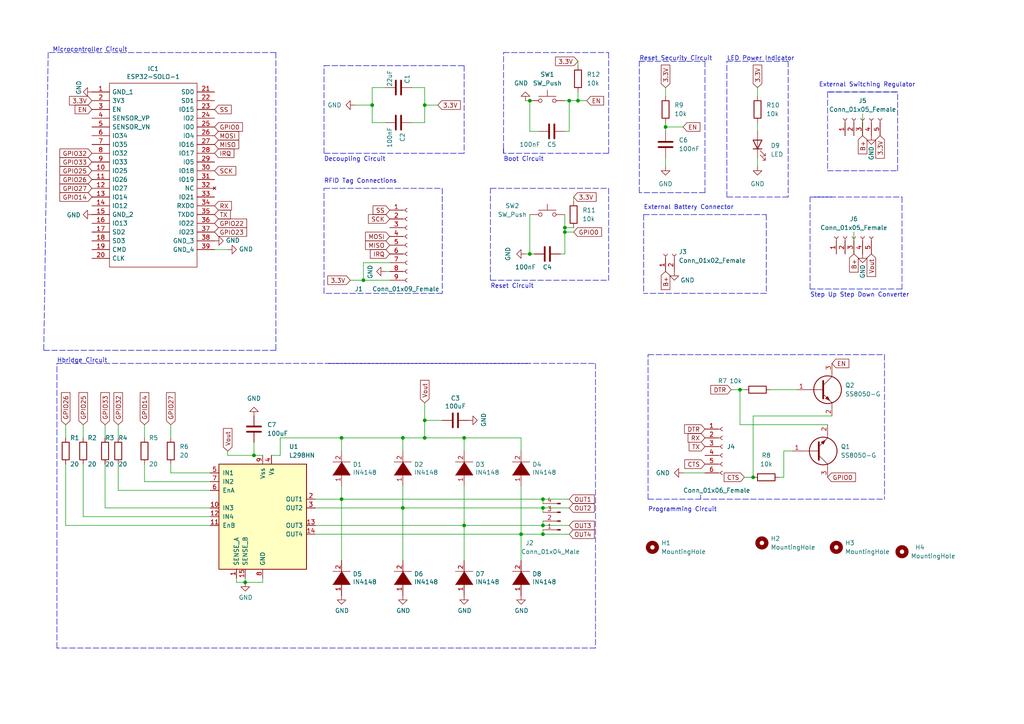
<source format=kicad_sch>
(kicad_sch (version 20211123) (generator eeschema)
  (paper "A4")
  (lib_symbols
    (symbol "Connector:Conn_01x02_Female" (pin_names (offset 1.016) hide)
      (property "Reference" "J" (at 0 2.54 0))
      (property "Value" "Conn_01x02_Female" (at 0 -5.08 0))
      (symbol "Conn_01x02_Female_1_1"
        (arc (start 0 -2.032) (mid -0.508 -2.54) (end 0 -3.048) (stroke (width 0.1524)))
        (polyline (pts (xy -1.27 -2.54) (xy -0.508 -2.54)) (stroke (width 0.1524)))
        (polyline (pts (xy -1.27 0) (xy -0.508 0)) (stroke (width 0.1524)))
        (arc (start 0 0.508) (mid -0.508 0) (end 0 -0.508) (stroke (width 0.1524)))
        (pin passive line (at -5.08 0 0) (length 3.81) (name "Pin_1") (number "1"))
        (pin passive line (at -5.08 -2.54 0) (length 3.81) (name "Pin_2") (number "2"))
      )
    )
    (symbol "Connector:Conn_01x04_Male" (pin_names (offset 1.016) hide)
      (property "Reference" "J" (at 0 5.08 0))
      (property "Value" "Conn_01x04_Male" (at 0 -7.62 0))
      (symbol "Conn_01x04_Male_1_1"
        (polyline (pts (xy 1.27 -5.08) (xy 0.8636 -5.08)) (stroke (width 0.1524)))
        (polyline (pts (xy 1.27 -2.54) (xy 0.8636 -2.54)) (stroke (width 0.1524)))
        (polyline (pts (xy 1.27 0) (xy 0.8636 0)) (stroke (width 0.1524)))
        (polyline (pts (xy 1.27 2.54) (xy 0.8636 2.54)) (stroke (width 0.1524)))
        (rectangle (start 0.8636 -4.953) (end 0 -5.207) (stroke (width 0.1524)) (fill (type outline)))
        (rectangle (start 0.8636 -2.413) (end 0 -2.667) (stroke (width 0.1524)) (fill (type outline)))
        (rectangle (start 0.8636 0.127) (end 0 -0.127) (stroke (width 0.1524)) (fill (type outline)))
        (rectangle (start 0.8636 2.667) (end 0 2.413) (stroke (width 0.1524)) (fill (type outline)))
        (pin passive line (at 5.08 2.54 180) (length 3.81) (name "Pin_1") (number "1"))
        (pin passive line (at 5.08 0 180) (length 3.81) (name "Pin_2") (number "2"))
        (pin passive line (at 5.08 -2.54 180) (length 3.81) (name "Pin_3") (number "3"))
        (pin passive line (at 5.08 -5.08 180) (length 3.81) (name "Pin_4") (number "4"))
      )
    )
    (symbol "Connector:Conn_01x05_Female" (pin_names (offset 1.016) hide)
      (property "Reference" "J" (at 0 7.62 0))
      (property "Value" "Conn_01x05_Female" (at 0 -7.62 0))
      (symbol "Conn_01x05_Female_1_1"
        (arc (start 0 -4.572) (mid -0.508 -5.08) (end 0 -5.588) (stroke (width 0.1524)))
        (arc (start 0 -2.032) (mid -0.508 -2.54) (end 0 -3.048) (stroke (width 0.1524)))
        (polyline (pts (xy -1.27 -5.08) (xy -0.508 -5.08)) (stroke (width 0.1524)))
        (polyline (pts (xy -1.27 -2.54) (xy -0.508 -2.54)) (stroke (width 0.1524)))
        (polyline (pts (xy -1.27 0) (xy -0.508 0)) (stroke (width 0.1524)))
        (polyline (pts (xy -1.27 2.54) (xy -0.508 2.54)) (stroke (width 0.1524)))
        (polyline (pts (xy -1.27 5.08) (xy -0.508 5.08)) (stroke (width 0.1524)))
        (arc (start 0 0.508) (mid -0.508 0) (end 0 -0.508) (stroke (width 0.1524)))
        (arc (start 0 3.048) (mid -0.508 2.54) (end 0 2.032) (stroke (width 0.1524)))
        (arc (start 0 5.588) (mid -0.508 5.08) (end 0 4.572) (stroke (width 0.1524)))
        (pin passive line (at -5.08 5.08 0) (length 3.81) (name "Pin_1") (number "1"))
        (pin passive line (at -5.08 2.54 0) (length 3.81) (name "Pin_2") (number "2"))
        (pin passive line (at -5.08 0 0) (length 3.81) (name "Pin_3") (number "3"))
        (pin passive line (at -5.08 -2.54 0) (length 3.81) (name "Pin_4") (number "4"))
        (pin passive line (at -5.08 -5.08 0) (length 3.81) (name "Pin_5") (number "5"))
      )
    )
    (symbol "Connector:Conn_01x06_Female" (pin_names (offset 1.016) hide)
      (property "Reference" "J" (at 0 7.62 0))
      (property "Value" "Conn_01x06_Female" (at 0 -10.16 0))
      (symbol "Conn_01x06_Female_1_1"
        (arc (start 0 -7.112) (mid -0.508 -7.62) (end 0 -8.128) (stroke (width 0.1524)))
        (arc (start 0 -4.572) (mid -0.508 -5.08) (end 0 -5.588) (stroke (width 0.1524)))
        (arc (start 0 -2.032) (mid -0.508 -2.54) (end 0 -3.048) (stroke (width 0.1524)))
        (polyline (pts (xy -1.27 -7.62) (xy -0.508 -7.62)) (stroke (width 0.1524)))
        (polyline (pts (xy -1.27 -5.08) (xy -0.508 -5.08)) (stroke (width 0.1524)))
        (polyline (pts (xy -1.27 -2.54) (xy -0.508 -2.54)) (stroke (width 0.1524)))
        (polyline (pts (xy -1.27 0) (xy -0.508 0)) (stroke (width 0.1524)))
        (polyline (pts (xy -1.27 2.54) (xy -0.508 2.54)) (stroke (width 0.1524)))
        (polyline (pts (xy -1.27 5.08) (xy -0.508 5.08)) (stroke (width 0.1524)))
        (arc (start 0 0.508) (mid -0.508 0) (end 0 -0.508) (stroke (width 0.1524)))
        (arc (start 0 3.048) (mid -0.508 2.54) (end 0 2.032) (stroke (width 0.1524)))
        (arc (start 0 5.588) (mid -0.508 5.08) (end 0 4.572) (stroke (width 0.1524)))
        (pin passive line (at -5.08 5.08 0) (length 3.81) (name "Pin_1") (number "1"))
        (pin passive line (at -5.08 2.54 0) (length 3.81) (name "Pin_2") (number "2"))
        (pin passive line (at -5.08 0 0) (length 3.81) (name "Pin_3") (number "3"))
        (pin passive line (at -5.08 -2.54 0) (length 3.81) (name "Pin_4") (number "4"))
        (pin passive line (at -5.08 -5.08 0) (length 3.81) (name "Pin_5") (number "5"))
        (pin passive line (at -5.08 -7.62 0) (length 3.81) (name "Pin_6") (number "6"))
      )
    )
    (symbol "Connector:Conn_01x09_Female" (pin_names (offset 1.016) hide)
      (property "Reference" "J" (at 0 12.7 0))
      (property "Value" "Conn_01x09_Female" (at 0 -12.7 0))
      (symbol "Conn_01x09_Female_1_1"
        (arc (start 0 -9.652) (mid -0.508 -10.16) (end 0 -10.668) (stroke (width 0.1524)))
        (arc (start 0 -7.112) (mid -0.508 -7.62) (end 0 -8.128) (stroke (width 0.1524)))
        (arc (start 0 -4.572) (mid -0.508 -5.08) (end 0 -5.588) (stroke (width 0.1524)))
        (arc (start 0 -2.032) (mid -0.508 -2.54) (end 0 -3.048) (stroke (width 0.1524)))
        (polyline (pts (xy -1.27 -10.16) (xy -0.508 -10.16)) (stroke (width 0.1524)))
        (polyline (pts (xy -1.27 -7.62) (xy -0.508 -7.62)) (stroke (width 0.1524)))
        (polyline (pts (xy -1.27 -5.08) (xy -0.508 -5.08)) (stroke (width 0.1524)))
        (polyline (pts (xy -1.27 -2.54) (xy -0.508 -2.54)) (stroke (width 0.1524)))
        (polyline (pts (xy -1.27 0) (xy -0.508 0)) (stroke (width 0.1524)))
        (polyline (pts (xy -1.27 2.54) (xy -0.508 2.54)) (stroke (width 0.1524)))
        (polyline (pts (xy -1.27 5.08) (xy -0.508 5.08)) (stroke (width 0.1524)))
        (polyline (pts (xy -1.27 7.62) (xy -0.508 7.62)) (stroke (width 0.1524)))
        (polyline (pts (xy -1.27 10.16) (xy -0.508 10.16)) (stroke (width 0.1524)))
        (arc (start 0 0.508) (mid -0.508 0) (end 0 -0.508) (stroke (width 0.1524)))
        (arc (start 0 3.048) (mid -0.508 2.54) (end 0 2.032) (stroke (width 0.1524)))
        (arc (start 0 5.588) (mid -0.508 5.08) (end 0 4.572) (stroke (width 0.1524)))
        (arc (start 0 8.128) (mid -0.508 7.62) (end 0 7.112) (stroke (width 0.1524)))
        (arc (start 0 10.668) (mid -0.508 10.16) (end 0 9.652) (stroke (width 0.1524)))
        (pin passive line (at -5.08 10.16 0) (length 3.81) (name "Pin_1") (number "1"))
        (pin passive line (at -5.08 7.62 0) (length 3.81) (name "Pin_2") (number "2"))
        (pin passive line (at -5.08 5.08 0) (length 3.81) (name "Pin_3") (number "3"))
        (pin passive line (at -5.08 2.54 0) (length 3.81) (name "Pin_4") (number "4"))
        (pin passive line (at -5.08 0 0) (length 3.81) (name "Pin_5") (number "5"))
        (pin passive line (at -5.08 -2.54 0) (length 3.81) (name "Pin_6") (number "6"))
        (pin passive line (at -5.08 -5.08 0) (length 3.81) (name "Pin_7") (number "7"))
        (pin passive line (at -5.08 -7.62 0) (length 3.81) (name "Pin_8") (number "8"))
        (pin passive line (at -5.08 -10.16 0) (length 3.81) (name "Pin_9") (number "9"))
      )
    )
    (symbol "Device:C" (pin_numbers hide) (pin_names (offset 0.254))
      (property "Reference" "C" (at 0.635 2.54 0))
      (property "Value" "C" (at 0.635 -2.54 0))
      (symbol "C_0_1"
        (polyline (pts (xy -2.032 -0.762) (xy 2.032 -0.762)) (stroke (width 0.508)))
        (polyline (pts (xy -2.032 0.762) (xy 2.032 0.762)) (stroke (width 0.508)))
      )
      (symbol "C_1_1"
        (pin passive line (at 0 3.81 270) (length 2.794) (name "~") (number "1"))
        (pin passive line (at 0 -3.81 90) (length 2.794) (name "~") (number "2"))
      )
    )
    (symbol "Device:LED" (pin_numbers hide) (pin_names (offset 1.016) hide)
      (property "Reference" "D" (at 0 2.54 0))
      (property "Value" "LED" (at 0 -2.54 0))
      (symbol "LED_0_1"
        (polyline (pts (xy -1.27 -1.27) (xy -1.27 1.27)) (stroke (width 0.254)))
        (polyline (pts (xy -1.27 0) (xy 1.27 0)))
        (polyline (pts (xy 1.27 -1.27) (xy 1.27 1.27) (xy -1.27 0) (xy 1.27 -1.27)) (stroke (width 0.254)))
        (polyline (pts (xy -3.048 -0.762) (xy -4.572 -2.286) (xy -3.81 -2.286) (xy -4.572 -2.286) (xy -4.572 -1.524)))
        (polyline (pts (xy -1.778 -0.762) (xy -3.302 -2.286) (xy -2.54 -2.286) (xy -3.302 -2.286) (xy -3.302 -1.524)))
      )
      (symbol "LED_1_1"
        (pin passive line (at -3.81 0 0) (length 2.54) (name "K") (number "1"))
        (pin passive line (at 3.81 0 180) (length 2.54) (name "A") (number "2"))
      )
    )
    (symbol "Device:R" (pin_numbers hide) (pin_names (offset 0))
      (property "Reference" "R" (at 2.032 0 90))
      (property "Value" "R" (at 0 0 90))
      (symbol "R_0_1"
        (rectangle (start -1.016 -2.54) (end 1.016 2.54) (stroke (width 0.254)))
      )
      (symbol "R_1_1"
        (pin passive line (at 0 3.81 270) (length 1.27) (name "~") (number "1"))
        (pin passive line (at 0 -3.81 90) (length 1.27) (name "~") (number "2"))
      )
    )
    (symbol "Driver_Motor:L298HN" (pin_names (offset 1.016))
      (property "Reference" "U" (at -10.16 16.51 0))
      (property "Value" "L298HN" (at 12.7 16.51 0))
      (symbol "L298HN_0_1"
        (rectangle (start -12.7 15.24) (end 12.7 -15.24) (stroke (width 0.254)) (fill (type background)))
      )
      (symbol "L298HN_1_1"
        (pin power_in line (at -7.62 -17.78 90) (length 2.54) (name "SENSE_A") (number "1"))
        (pin input line (at -15.24 2.54 0) (length 2.54) (name "IN3") (number "10"))
        (pin input line (at -15.24 -2.54 0) (length 2.54) (name "EnB") (number "11"))
        (pin input line (at -15.24 0 0) (length 2.54) (name "IN4") (number "12"))
        (pin output line (at 15.24 -2.54 180) (length 2.54) (name "OUT3") (number "13"))
        (pin output line (at 15.24 -5.08 180) (length 2.54) (name "OUT4") (number "14"))
        (pin power_in line (at -5.08 -17.78 90) (length 2.54) (name "SENSE_B") (number "15"))
        (pin output line (at 15.24 5.08 180) (length 2.54) (name "OUT1") (number "2"))
        (pin output line (at 15.24 2.54 180) (length 2.54) (name "OUT2") (number "3"))
        (pin power_in line (at 2.54 17.78 270) (length 2.54) (name "Vs") (number "4"))
        (pin input line (at -15.24 12.7 0) (length 2.54) (name "IN1") (number "5"))
        (pin input line (at -15.24 7.62 0) (length 2.54) (name "EnA") (number "6"))
        (pin input line (at -15.24 10.16 0) (length 2.54) (name "IN2") (number "7"))
        (pin power_in line (at 0 -17.78 90) (length 2.54) (name "GND") (number "8"))
        (pin power_in line (at 0 17.78 270) (length 2.54) (name "Vss") (number "9"))
      )
    )
    (symbol "Mechanical:MountingHole" (pin_names (offset 1.016))
      (property "Reference" "H" (at 0 5.08 0))
      (property "Value" "MountingHole" (at 0 3.175 0))
      (symbol "MountingHole_0_1"
        (circle (center 0 0) (radius 1.27) (stroke (width 1.27)))
      )
    )
    (symbol "SamacSys_Parts:ESP32-SOLO-1" (pin_names (offset 0.762))
      (property "Reference" "IC" (at 31.75 7.62 0))
      (property "Value" "SamacSys_Parts_ESP32-SOLO-1" (at 31.75 5.08 0))
      (symbol "ESP32-SOLO-1_0_0"
        (pin passive line (at 0 0 0) (length 5.08) (name "GND_1") (number "1"))
        (pin passive line (at 0 -22.86 0) (length 5.08) (name "IO25") (number "10"))
        (pin passive line (at 0 -25.4 0) (length 5.08) (name "IO26") (number "11"))
        (pin passive line (at 0 -27.94 0) (length 5.08) (name "IO27") (number "12"))
        (pin passive line (at 0 -30.48 0) (length 5.08) (name "IO14") (number "13"))
        (pin passive line (at 0 -33.02 0) (length 5.08) (name "IO12") (number "14"))
        (pin passive line (at 0 -35.56 0) (length 5.08) (name "GND_2") (number "15"))
        (pin passive line (at 0 -38.1 0) (length 5.08) (name "IO13") (number "16"))
        (pin passive line (at 0 -40.64 0) (length 5.08) (name "SD2") (number "17"))
        (pin passive line (at 0 -43.18 0) (length 5.08) (name "SD3") (number "18"))
        (pin passive line (at 0 -45.72 0) (length 5.08) (name "CMD") (number "19"))
        (pin passive line (at 0 -2.54 0) (length 5.08) (name "3V3") (number "2"))
        (pin passive line (at 0 -48.26 0) (length 5.08) (name "CLK") (number "20"))
        (pin passive line (at 35.56 0 180) (length 5.08) (name "SD0") (number "21"))
        (pin passive line (at 35.56 -2.54 180) (length 5.08) (name "SD1") (number "22"))
        (pin passive line (at 35.56 -5.08 180) (length 5.08) (name "IO15") (number "23"))
        (pin passive line (at 35.56 -7.62 180) (length 5.08) (name "IO2") (number "24"))
        (pin passive line (at 35.56 -10.16 180) (length 5.08) (name "IO0") (number "25"))
        (pin passive line (at 35.56 -12.7 180) (length 5.08) (name "IO4") (number "26"))
        (pin passive line (at 35.56 -15.24 180) (length 5.08) (name "IO16") (number "27"))
        (pin passive line (at 35.56 -17.78 180) (length 5.08) (name "IO17") (number "28"))
        (pin passive line (at 35.56 -20.32 180) (length 5.08) (name "IO5") (number "29"))
        (pin passive line (at 0 -5.08 0) (length 5.08) (name "EN") (number "3"))
        (pin passive line (at 35.56 -22.86 180) (length 5.08) (name "IO18") (number "30"))
        (pin passive line (at 35.56 -25.4 180) (length 5.08) (name "IO19") (number "31"))
        (pin no_connect line (at 35.56 -27.94 180) (length 5.08) (name "NC") (number "32"))
        (pin passive line (at 35.56 -30.48 180) (length 5.08) (name "IO21") (number "33"))
        (pin passive line (at 35.56 -33.02 180) (length 5.08) (name "RXD0") (number "34"))
        (pin passive line (at 35.56 -35.56 180) (length 5.08) (name "TXD0") (number "35"))
        (pin passive line (at 35.56 -38.1 180) (length 5.08) (name "IO22") (number "36"))
        (pin passive line (at 35.56 -40.64 180) (length 5.08) (name "IO23") (number "37"))
        (pin passive line (at 35.56 -43.18 180) (length 5.08) (name "GND_3") (number "38"))
        (pin passive line (at 35.56 -45.72 180) (length 5.08) (name "GND_4") (number "39"))
        (pin passive line (at 0 -7.62 0) (length 5.08) (name "SENSOR_VP") (number "4"))
        (pin passive line (at 0 -10.16 0) (length 5.08) (name "SENSOR_VN") (number "5"))
        (pin passive line (at 0 -12.7 0) (length 5.08) (name "IO34") (number "6"))
        (pin passive line (at 0 -15.24 0) (length 5.08) (name "IO35") (number "7"))
        (pin passive line (at 0 -17.78 0) (length 5.08) (name "IO32") (number "8"))
        (pin passive line (at 0 -20.32 0) (length 5.08) (name "IO33") (number "9"))
      )
      (symbol "ESP32-SOLO-1_0_1"
        (polyline (pts (xy 5.08 2.54) (xy 30.48 2.54) (xy 30.48 -50.8) (xy 5.08 -50.8) (xy 5.08 2.54)) (stroke (width 0.1524)))
      )
    )
    (symbol "SamacSys_Parts:SS8050-G" (pin_names (offset 0.762))
      (property "Reference" "Q" (at 13.97 1.27 0))
      (property "Value" "SS8050-G" (at 13.97 -1.27 0))
      (symbol "SS8050-G_0_0"
        (pin passive line (at 0 0 0) (length 2.54) (name "~") (number "1"))
        (pin passive line (at 10.16 -7.62 90) (length 2.54) (name "~") (number "2"))
        (pin passive line (at 10.16 7.62 270) (length 2.54) (name "~") (number "3"))
      )
      (symbol "SS8050-G_0_1"
        (polyline (pts (xy 2.54 0) (xy 7.62 0)) (stroke (width 0.1524)))
        (polyline (pts (xy 7.62 -1.27) (xy 10.16 -3.81)) (stroke (width 0.1524)))
        (polyline (pts (xy 7.62 1.27) (xy 10.16 3.81)) (stroke (width 0.1524)))
        (polyline (pts (xy 7.62 2.54) (xy 7.62 -2.54)) (stroke (width 0.508)))
        (polyline (pts (xy 10.16 -3.81) (xy 10.16 -5.08)) (stroke (width 0.1524)))
        (polyline (pts (xy 10.16 3.81) (xy 10.16 5.08)) (stroke (width 0.1524)))
        (polyline (pts (xy 8.382 -2.54) (xy 8.89 -2.032) (xy 9.398 -3.048) (xy 8.382 -2.54)) (stroke (width 0.254)) (fill (type outline)))
        (circle (center 8.89 0) (radius 4.0132) (stroke (width 0.254)))
      )
    )
    (symbol "Switch:SW_Push" (pin_numbers hide) (pin_names (offset 1.016) hide)
      (property "Reference" "SW" (at 1.27 2.54 0))
      (property "Value" "SW_Push" (at 0 -1.524 0))
      (symbol "SW_Push_0_1"
        (circle (center -2.032 0) (radius 0.508))
        (polyline (pts (xy 0 1.27) (xy 0 3.048)))
        (polyline (pts (xy 2.54 1.27) (xy -2.54 1.27)))
        (circle (center 2.032 0) (radius 0.508))
        (pin passive line (at -5.08 0 0) (length 2.54) (name "1") (number "1"))
        (pin passive line (at 5.08 0 180) (length 2.54) (name "2") (number "2"))
      )
    )
    (symbol "power:GND" (power) (pin_names (offset 0))
      (property "Value" "GND" (at 0 -3.81 0))
      (symbol "GND_0_1"
        (polyline (pts (xy 0 0) (xy 0 -1.27) (xy 1.27 -1.27) (xy 0 -2.54) (xy -1.27 -1.27) (xy 0 -1.27)))
      )
      (symbol "GND_1_1"
        (pin power_in line (at 0 0 270) (length 0) hide (name "GND") (number "1"))
      )
    )
    (symbol "pspice:DIODE" (pin_names (offset 1.016) hide)
      (property "Reference" "D" (at 0 3.81 0))
      (property "Value" "DIODE" (at 0 -4.445 0))
      (symbol "DIODE_0_1"
        (polyline (pts (xy 1.905 2.54) (xy 1.905 -2.54)))
        (polyline (pts (xy -1.905 2.54) (xy -1.905 -2.54) (xy 1.905 0)) (fill (type outline)))
      )
      (symbol "DIODE_1_1"
        (pin input line (at -5.08 0 0) (length 3.81) (name "K") (number "1"))
        (pin input line (at 5.08 0 180) (length 3.81) (name "A") (number "2"))
      )
    )
  )
  (junction (at 153.67 29.21))
  (junction (at 116.84 147.32))
  (junction (at 134.62 127))
  (junction (at 214.63 113.03))
  (junction (at 157.48 154.94))
  (junction (at 153.67 73.66))
  (junction (at 107.95 30.48))
  (junction (at 157.48 152.4))
  (junction (at 157.48 147.32))
  (junction (at 99.06 127))
  (junction (at 151.13 154.94))
  (junction (at 218.44 138.43))
  (junction (at 163.83 66.04))
  (junction (at 123.19 121.92))
  (junction (at 123.19 30.48))
  (junction (at 105.41 81.28))
  (junction (at 167.64 29.21))
  (junction (at 99.06 144.78))
  (junction (at 157.48 144.78))
  (junction (at 165.1 29.21))
  (junction (at 73.66 132.08))
  (junction (at 123.19 127))
  (junction (at 134.62 152.4))
  (junction (at 71.12 168.91))
  (junction (at 193.04 36.83))
  (junction (at 163.83 67.31))
  (junction (at 116.84 127))
  (polyline (pts (xy 187.96 144.78) (xy 256.54 144.78)))
  (wire (pts (xy 41.91 139.7) (xy 60.96 139.7)))
  (wire (pts (xy 119.38 35.56) (xy 123.19 35.56)))
  (polyline (pts (xy 13.97 15.24) (xy 12.7 101.6)))
  (wire (pts (xy 123.19 30.48) (xy 127 30.48)))
  (wire (pts (xy 24.13 134.62) (xy 24.13 149.86)))
  (wire (pts (xy 91.44 154.94) (xy 151.13 154.94)))
  (polyline (pts (xy 261.62 83.82) (xy 234.95 83.82)))
  (polyline (pts (xy 186.69 62.23) (xy 186.69 85.09)))
  (wire (pts (xy 134.62 140.97) (xy 134.62 152.4)))
  (wire (pts (xy 30.48 147.32) (xy 60.96 147.32)))
  (polyline (pts (xy 260.35 26.67) (xy 240.03 26.67)))
  (wire (pts (xy 68.58 167.64) (xy 68.58 168.91)))
  (polyline (pts (xy 203.2 144.78) (xy 203.2 143.51)))
  (polyline (pts (xy 93.98 19.05) (xy 134.62 19.05)))
  (wire (pts (xy 153.67 73.66) (xy 152.4 73.66)))
  (polyline (pts (xy 128.27 85.09) (xy 93.98 85.09)))
  (wire (pts (xy 73.66 128.27) (xy 73.66 132.08)))
  (polyline (pts (xy 134.62 19.05) (xy 134.62 44.45)))
  (wire (pts (xy 107.95 35.56) (xy 111.76 35.56)))
  (polyline (pts (xy 204.47 55.88) (xy 185.42 55.88)))
  (polyline (pts (xy 236.22 57.15) (xy 261.62 57.15)))
  (polyline (pts (xy 260.35 49.53) (xy 260.35 26.67)))
  (wire (pts (xy 99.06 130.81) (xy 99.06 127)))
  (wire (pts (xy 163.83 66.04) (xy 163.83 67.31)))
  (wire (pts (xy 34.29 142.24) (xy 60.96 142.24)))
  (wire (pts (xy 19.05 134.62) (xy 19.05 152.4)))
  (wire (pts (xy 30.48 134.62) (xy 30.48 147.32)))
  (polyline (pts (xy 261.62 57.15) (xy 261.62 83.82)))
  (polyline (pts (xy 95.25 105.41) (xy 172.72 105.41)))
  (polyline (pts (xy 176.53 15.24) (xy 176.53 44.45)))
  (wire (pts (xy 19.05 123.19) (xy 19.05 127)))
  (wire (pts (xy 157.48 144.78) (xy 157.48 146.05)))
  (wire (pts (xy 107.95 25.4) (xy 111.76 25.4)))
  (wire (pts (xy 163.83 67.31) (xy 166.37 67.31)))
  (polyline (pts (xy 185.42 17.78) (xy 204.47 17.78)))
  (wire (pts (xy 81.28 127) (xy 81.28 132.08)))
  (wire (pts (xy 157.48 147.32) (xy 157.48 148.59)))
  (wire (pts (xy 167.64 29.21) (xy 170.18 29.21)))
  (wire (pts (xy 153.67 62.23) (xy 153.67 73.66)))
  (wire (pts (xy 24.13 149.86) (xy 60.96 149.86)))
  (wire (pts (xy 123.19 25.4) (xy 123.19 30.48)))
  (polyline (pts (xy 142.24 81.28) (xy 142.24 54.61)))
  (wire (pts (xy 91.44 144.78) (xy 99.06 144.78)))
  (wire (pts (xy 116.84 147.32) (xy 157.48 147.32)))
  (wire (pts (xy 218.44 120.65) (xy 218.44 138.43)))
  (wire (pts (xy 71.12 168.91) (xy 71.12 167.64)))
  (wire (pts (xy 166.37 57.15) (xy 166.37 58.42)))
  (polyline (pts (xy 128.27 54.61) (xy 128.27 85.09)))
  (wire (pts (xy 111.76 78.74) (xy 113.03 78.74)))
  (wire (pts (xy 214.63 113.03) (xy 214.63 123.19)))
  (polyline (pts (xy 93.98 85.09) (xy 93.98 54.61)))
  (polyline (pts (xy 16.51 187.96) (xy 16.51 105.41)))
  (wire (pts (xy 76.2 168.91) (xy 76.2 167.64)))
  (wire (pts (xy 154.94 73.66) (xy 153.67 73.66)))
  (polyline (pts (xy 187.96 144.78) (xy 187.96 102.87)))
  (wire (pts (xy 134.62 127) (xy 134.62 130.81)))
  (wire (pts (xy 73.66 132.08) (xy 76.2 132.08)))
  (wire (pts (xy 99.06 144.78) (xy 157.48 144.78)))
  (wire (pts (xy 157.48 152.4) (xy 165.1 152.4)))
  (wire (pts (xy 153.67 29.21) (xy 153.67 38.1)))
  (polyline (pts (xy 222.25 85.09) (xy 186.69 85.09)))
  (polyline (pts (xy 240.03 26.67) (xy 240.03 49.53)))
  (wire (pts (xy 247.65 67.31) (xy 247.65 73.66)))
  (wire (pts (xy 163.83 66.04) (xy 166.37 66.04)))
  (wire (pts (xy 223.52 113.03) (xy 231.14 113.03)))
  (wire (pts (xy 227.33 130.81) (xy 229.87 130.81)))
  (wire (pts (xy 34.29 123.19) (xy 34.29 127)))
  (polyline (pts (xy 228.6 57.15) (xy 210.82 57.15)))
  (wire (pts (xy 219.71 45.72) (xy 219.71 48.26)))
  (wire (pts (xy 116.84 147.32) (xy 116.84 140.97)))
  (wire (pts (xy 226.06 138.43) (xy 227.33 138.43)))
  (polyline (pts (xy 204.47 17.78) (xy 204.47 55.88)))
  (polyline (pts (xy 93.98 44.45) (xy 93.98 19.05)))
  (polyline (pts (xy 185.42 17.78) (xy 186.69 17.78)))
  (wire (pts (xy 241.3 120.65) (xy 218.44 120.65)))
  (wire (pts (xy 156.21 38.1) (xy 153.67 38.1)))
  (wire (pts (xy 123.19 30.48) (xy 123.19 35.56)))
  (wire (pts (xy 116.84 127) (xy 123.19 127)))
  (wire (pts (xy 193.04 25.4) (xy 193.04 27.94)))
  (wire (pts (xy 250.19 33.02) (xy 250.19 39.37)))
  (wire (pts (xy 157.48 147.32) (xy 165.1 147.32)))
  (wire (pts (xy 167.64 17.78) (xy 167.64 19.05)))
  (polyline (pts (xy 80.01 15.24) (xy 80.01 101.6)))
  (wire (pts (xy 165.1 29.21) (xy 167.64 29.21)))
  (wire (pts (xy 215.9 138.43) (xy 218.44 138.43)))
  (wire (pts (xy 123.19 127) (xy 134.62 127)))
  (polyline (pts (xy 234.95 83.82) (xy 234.95 57.15)))
  (wire (pts (xy 134.62 152.4) (xy 157.48 152.4)))
  (wire (pts (xy 157.48 144.78) (xy 165.1 144.78)))
  (wire (pts (xy 157.48 153.67) (xy 157.48 154.94)))
  (wire (pts (xy 71.12 168.91) (xy 76.2 168.91)))
  (wire (pts (xy 134.62 152.4) (xy 134.62 162.56)))
  (wire (pts (xy 107.95 30.48) (xy 107.95 25.4)))
  (wire (pts (xy 167.64 26.67) (xy 167.64 29.21)))
  (wire (pts (xy 214.63 113.03) (xy 215.9 113.03)))
  (wire (pts (xy 157.48 154.94) (xy 165.1 154.94)))
  (wire (pts (xy 30.48 123.19) (xy 30.48 127)))
  (wire (pts (xy 204.47 137.16) (xy 198.12 137.16)))
  (wire (pts (xy 81.28 132.08) (xy 78.74 132.08)))
  (polyline (pts (xy 172.72 105.41) (xy 172.72 187.96)))
  (wire (pts (xy 214.63 123.19) (xy 240.03 123.19)))
  (polyline (pts (xy 176.53 54.61) (xy 176.53 81.28)))
  (polyline (pts (xy 128.27 54.61) (xy 128.27 60.96)))
  (wire (pts (xy 60.96 137.16) (xy 49.53 137.16)))
  (wire (pts (xy 68.58 168.91) (xy 71.12 168.91)))
  (polyline (pts (xy 176.53 44.45) (xy 146.05 44.45)))
  (wire (pts (xy 193.04 36.83) (xy 198.12 36.83)))
  (wire (pts (xy 123.19 121.92) (xy 123.19 127)))
  (wire (pts (xy 116.84 147.32) (xy 116.84 162.56)))
  (wire (pts (xy 151.13 127) (xy 134.62 127)))
  (polyline (pts (xy 134.62 44.45) (xy 93.98 44.45)))
  (polyline (pts (xy 80.01 101.6) (xy 21.59 101.6)))
  (wire (pts (xy 101.6 81.28) (xy 105.41 81.28)))
  (wire (pts (xy 66.04 130.81) (xy 66.04 132.08)))
  (wire (pts (xy 123.19 116.84) (xy 123.19 121.92)))
  (polyline (pts (xy 210.82 17.78) (xy 228.6 17.78)))
  (wire (pts (xy 19.05 152.4) (xy 60.96 152.4)))
  (wire (pts (xy 162.56 73.66) (xy 163.83 73.66)))
  (wire (pts (xy 91.44 147.32) (xy 116.84 147.32)))
  (polyline (pts (xy 210.82 57.15) (xy 210.82 17.78)))
  (polyline (pts (xy 222.25 62.23) (xy 222.25 85.09)))
  (polyline (pts (xy 146.05 43.18) (xy 146.05 44.45)))
  (wire (pts (xy 152.4 29.21) (xy 153.67 29.21)))
  (polyline (pts (xy 240.03 49.53) (xy 260.35 49.53)))
  (wire (pts (xy 41.91 123.19) (xy 41.91 127)))
  (polyline (pts (xy 234.95 57.15) (xy 241.3 57.15)))
  (wire (pts (xy 163.83 38.1) (xy 165.1 38.1)))
  (wire (pts (xy 165.1 29.21) (xy 163.83 29.21)))
  (polyline (pts (xy 146.05 15.24) (xy 176.53 15.24)))
  (wire (pts (xy 193.04 45.72) (xy 193.04 48.26)))
  (wire (pts (xy 34.29 134.62) (xy 34.29 142.24)))
  (wire (pts (xy 123.19 121.92) (xy 128.27 121.92)))
  (wire (pts (xy 193.04 36.83) (xy 193.04 38.1)))
  (wire (pts (xy 99.06 144.78) (xy 99.06 162.56)))
  (wire (pts (xy 49.53 134.62) (xy 49.53 137.16)))
  (wire (pts (xy 151.13 154.94) (xy 151.13 162.56)))
  (wire (pts (xy 62.23 72.39) (xy 66.04 72.39)))
  (wire (pts (xy 116.84 130.81) (xy 116.84 127)))
  (wire (pts (xy 219.71 35.56) (xy 219.71 38.1)))
  (wire (pts (xy 157.48 151.13) (xy 157.48 152.4)))
  (polyline (pts (xy 16.51 105.41) (xy 153.67 105.41)))
  (wire (pts (xy 151.13 130.81) (xy 151.13 127)))
  (wire (pts (xy 105.41 76.2) (xy 105.41 81.28)))
  (wire (pts (xy 163.83 67.31) (xy 163.83 73.66)))
  (polyline (pts (xy 228.6 17.78) (xy 228.6 57.15)))
  (wire (pts (xy 105.41 81.28) (xy 113.03 81.28)))
  (wire (pts (xy 99.06 140.97) (xy 99.06 144.78)))
  (polyline (pts (xy 146.05 43.18) (xy 146.05 44.45)))
  (wire (pts (xy 107.95 35.56) (xy 107.95 30.48)))
  (polyline (pts (xy 142.24 54.61) (xy 176.53 54.61)))
  (polyline (pts (xy 256.54 102.87) (xy 256.54 144.78)))
  (wire (pts (xy 49.53 123.19) (xy 49.53 127)))
  (wire (pts (xy 66.04 132.08) (xy 73.66 132.08)))
  (wire (pts (xy 151.13 154.94) (xy 157.48 154.94)))
  (polyline (pts (xy 185.42 55.88) (xy 185.42 17.78)))
  (wire (pts (xy 99.06 127) (xy 81.28 127)))
  (polyline (pts (xy 146.05 43.18) (xy 146.05 15.24)))
  (wire (pts (xy 227.33 130.81) (xy 227.33 138.43)))
  (polyline (pts (xy 240.03 26.67) (xy 260.35 26.67)))
  (wire (pts (xy 165.1 29.21) (xy 165.1 38.1)))
  (polyline (pts (xy 186.69 62.23) (xy 222.25 62.23)))
  (wire (pts (xy 105.41 76.2) (xy 113.03 76.2)))
  (wire (pts (xy 41.91 134.62) (xy 41.91 139.7)))
  (wire (pts (xy 102.87 30.48) (xy 107.95 30.48)))
  (polyline (pts (xy 12.7 101.6) (xy 21.59 101.6)))
  (polyline (pts (xy 80.01 15.24) (xy 13.97 15.24)))
  (polyline (pts (xy 187.96 102.87) (xy 256.54 102.87)))
  (polyline (pts (xy 142.24 81.28) (xy 176.53 81.28)))
  (wire (pts (xy 116.84 127) (xy 99.06 127)))
  (wire (pts (xy 219.71 25.4) (xy 219.71 27.94)))
  (wire (pts (xy 119.38 25.4) (xy 123.19 25.4)))
  (wire (pts (xy 212.09 113.03) (xy 214.63 113.03)))
  (wire (pts (xy 193.04 35.56) (xy 193.04 36.83)))
  (wire (pts (xy 163.83 62.23) (xy 163.83 66.04)))
  (polyline (pts (xy 172.72 187.96) (xy 16.51 187.96)))
  (wire (pts (xy 24.13 123.19) (xy 24.13 127)))
  (wire (pts (xy 134.62 152.4) (xy 91.44 152.4)))
  (polyline (pts (xy 93.98 54.61) (xy 128.27 54.61)))
  (wire (pts (xy 151.13 140.97) (xy 151.13 154.94)))
  (text "Step Up Step Down Converter" (at 234.95 86.36 0) (effects (font (size 1.27 1.27)) (justify left bottom)))
  (text "Boot Circuit\n" (at 146.05 46.99 0) (effects (font (size 1.27 1.27)) (justify left bottom)))
  (text "Microcontroller Circuit" (at 15.24 15.24 0) (effects (font (size 1.27 1.27)) (justify left bottom)))
  (text "Programming Circuit\n" (at 187.96 148.59 0) (effects (font (size 1.27 1.27)) (justify left bottom)))
  (text "External Switching Regulator\n" (at 237.49 25.4 0) (effects (font (size 1.27 1.27)) (justify left bottom)))
  (text "External Battery Connector\n" (at 186.69 60.96 0) (effects (font (size 1.27 1.27)) (justify left bottom)))
  (text "Hbridge Circuit" (at 16.51 105.41 0) (effects (font (size 1.27 1.27)) (justify left bottom)))
  (text "Decoupling Circuit" (at 93.98 46.99 0) (effects (font (size 1.27 1.27)) (justify left bottom)))
  (text "RFID Tag Connections\n" (at 93.98 53.34 0) (effects (font (size 1.27 1.27)) (justify left bottom)))
  (text "Reset Circuit" (at 142.24 83.82 0) (effects (font (size 1.27 1.27)) (justify left bottom)))
  (text "Reset Security Circuit" (at 185.42 17.78 0) (effects (font (size 1.27 1.27)) (justify left bottom)))
  (text "LED Power Indicator\n" (at 210.82 17.78 0) (effects (font (size 1.27 1.27)) (justify left bottom)))
  (global_label "3.3V" (shape input) (at 193.04 25.4 90) (property "Intersheet References" "${INTERSHEET_REFS}" (effects hide)))
  (global_label "SS" (shape input) (at 113.03 60.96 180) (property "Intersheet References" "${INTERSHEET_REFS}" (effects hide)))
  (global_label "OUT3" (shape input) (at 165.1 152.4 0) (property "Intersheet References" "${INTERSHEET_REFS}" (effects hide)))
  (global_label "CTS" (shape input) (at 204.47 134.62 180) (property "Intersheet References" "${INTERSHEET_REFS}" (effects hide)))
  (global_label "MISO" (shape input) (at 113.03 71.12 180) (property "Intersheet References" "${INTERSHEET_REFS}" (effects hide)))
  (global_label "GPIO23" (shape input) (at 62.23 67.31 0) (property "Intersheet References" "${INTERSHEET_REFS}" (effects hide)))
  (global_label "EN" (shape input) (at 170.18 29.21 0) (property "Intersheet References" "${INTERSHEET_REFS}" (effects hide)))
  (global_label "GPIO32" (shape input) (at 34.29 123.19 90) (property "Intersheet References" "${INTERSHEET_REFS}" (effects hide)))
  (global_label "B+" (shape input) (at 247.65 73.66 270) (property "Intersheet References" "${INTERSHEET_REFS}" (effects hide)))
  (global_label "3.3V" (shape input) (at 219.71 25.4 90) (property "Intersheet References" "${INTERSHEET_REFS}" (effects hide)))
  (global_label "EN" (shape input) (at 241.3 105.41 0) (property "Intersheet References" "${INTERSHEET_REFS}" (effects hide)))
  (global_label "GPIO27" (shape input) (at 26.67 54.61 180) (property "Intersheet References" "${INTERSHEET_REFS}" (effects hide)))
  (global_label "GPIO0" (shape input) (at 62.23 36.83 0) (property "Intersheet References" "${INTERSHEET_REFS}" (effects hide)))
  (global_label "OUT1" (shape input) (at 165.1 144.78 0) (property "Intersheet References" "${INTERSHEET_REFS}" (effects hide)))
  (global_label "GPIO33" (shape input) (at 26.67 46.99 180) (property "Intersheet References" "${INTERSHEET_REFS}" (effects hide)))
  (global_label "SS" (shape input) (at 62.23 31.75 0) (property "Intersheet References" "${INTERSHEET_REFS}" (effects hide)))
  (global_label "3.3V" (shape input) (at 255.27 39.37 270) (property "Intersheet References" "${INTERSHEET_REFS}" (effects hide)))
  (global_label "OUT4" (shape input) (at 165.1 154.94 0) (property "Intersheet References" "${INTERSHEET_REFS}" (effects hide)))
  (global_label "GPIO22" (shape input) (at 62.23 64.77 0) (property "Intersheet References" "${INTERSHEET_REFS}" (effects hide)))
  (global_label "GPIO0" (shape input) (at 166.37 67.31 0) (property "Intersheet References" "${INTERSHEET_REFS}" (effects hide)))
  (global_label "RX" (shape input) (at 204.47 127 180) (property "Intersheet References" "${INTERSHEET_REFS}" (effects hide)))
  (global_label "GPIO27" (shape input) (at 49.53 123.19 90) (property "Intersheet References" "${INTERSHEET_REFS}" (effects hide)))
  (global_label "Vout" (shape input) (at 252.73 73.66 270) (property "Intersheet References" "${INTERSHEET_REFS}" (effects hide)))
  (global_label "3.3V" (shape input) (at 26.67 29.21 180) (property "Intersheet References" "${INTERSHEET_REFS}" (effects hide)))
  (global_label "GPIO25" (shape input) (at 26.67 49.53 180) (property "Intersheet References" "${INTERSHEET_REFS}" (effects hide)))
  (global_label "3.3V" (shape input) (at 167.64 17.78 180) (property "Intersheet References" "${INTERSHEET_REFS}" (effects hide)))
  (global_label "CTS" (shape input) (at 215.9 138.43 180) (property "Intersheet References" "${INTERSHEET_REFS}" (effects hide)))
  (global_label "DTR" (shape input) (at 204.47 124.46 180) (property "Intersheet References" "${INTERSHEET_REFS}" (effects hide)))
  (global_label "GPIO32" (shape input) (at 26.67 44.45 180) (property "Intersheet References" "${INTERSHEET_REFS}" (effects hide)))
  (global_label "OUT2" (shape input) (at 165.1 147.32 0) (property "Intersheet References" "${INTERSHEET_REFS}" (effects hide)))
  (global_label "GPIO14" (shape input) (at 26.67 57.15 180) (property "Intersheet References" "${INTERSHEET_REFS}" (effects hide)))
  (global_label "MOSI" (shape input) (at 113.03 68.58 180) (property "Intersheet References" "${INTERSHEET_REFS}" (effects hide)))
  (global_label "GPIO0" (shape input) (at 240.03 138.43 0) (property "Intersheet References" "${INTERSHEET_REFS}" (effects hide)))
  (global_label "DTR" (shape input) (at 212.09 113.03 180) (property "Intersheet References" "${INTERSHEET_REFS}" (effects hide)))
  (global_label "3.3V" (shape input) (at 101.6 81.28 180) (property "Intersheet References" "${INTERSHEET_REFS}" (effects hide)))
  (global_label "TX" (shape input) (at 204.47 129.54 180) (property "Intersheet References" "${INTERSHEET_REFS}" (effects hide)))
  (global_label "SCK" (shape input) (at 62.23 49.53 0) (property "Intersheet References" "${INTERSHEET_REFS}" (effects hide)))
  (global_label "Vout" (shape input) (at 123.19 116.84 90) (property "Intersheet References" "${INTERSHEET_REFS}" (effects hide)))
  (global_label "SCK" (shape input) (at 113.03 63.5 180) (property "Intersheet References" "${INTERSHEET_REFS}" (effects hide)))
  (global_label "MOSI" (shape input) (at 62.23 39.37 0) (property "Intersheet References" "${INTERSHEET_REFS}" (effects hide)))
  (global_label "GPIO26" (shape input) (at 19.05 123.19 90) (property "Intersheet References" "${INTERSHEET_REFS}" (effects hide)))
  (global_label "GPIO25" (shape input) (at 24.13 123.19 90) (property "Intersheet References" "${INTERSHEET_REFS}" (effects hide)))
  (global_label "EN" (shape input) (at 198.12 36.83 0) (property "Intersheet References" "${INTERSHEET_REFS}" (effects hide)))
  (global_label "EN" (shape input) (at 26.67 31.75 180) (property "Intersheet References" "${INTERSHEET_REFS}" (effects hide)))
  (global_label "B+" (shape input) (at 250.19 39.37 270) (property "Intersheet References" "${INTERSHEET_REFS}" (effects hide)))
  (global_label "RX" (shape input) (at 62.23 59.69 0) (property "Intersheet References" "${INTERSHEET_REFS}" (effects hide)))
  (global_label "3.3V" (shape input) (at 127 30.48 0) (property "Intersheet References" "${INTERSHEET_REFS}" (effects hide)))
  (global_label "GPIO14" (shape input) (at 41.91 123.19 90) (property "Intersheet References" "${INTERSHEET_REFS}" (effects hide)))
  (global_label "MISO" (shape input) (at 62.23 41.91 0) (property "Intersheet References" "${INTERSHEET_REFS}" (effects hide)))
  (global_label "IRQ" (shape input) (at 113.03 73.66 180) (property "Intersheet References" "${INTERSHEET_REFS}" (effects hide)))
  (global_label "IRQ" (shape input) (at 62.23 44.45 0) (property "Intersheet References" "${INTERSHEET_REFS}" (effects hide)))
  (global_label "GPIO33" (shape input) (at 30.48 123.19 90) (property "Intersheet References" "${INTERSHEET_REFS}" (effects hide)))
  (global_label "3.3V" (shape input) (at 166.37 57.15 0) (property "Intersheet References" "${INTERSHEET_REFS}" (effects hide)))
  (global_label "GPIO26" (shape input) (at 26.67 52.07 180) (property "Intersheet References" "${INTERSHEET_REFS}" (effects hide)))
  (global_label "TX" (shape input) (at 62.23 62.23 0) (property "Intersheet References" "${INTERSHEET_REFS}" (effects hide)))
  (global_label "B+" (shape input) (at 193.04 78.74 270) (property "Intersheet References" "${INTERSHEET_REFS}" (effects hide)))
  (global_label "Vout" (shape input) (at 66.04 130.81 90) (property "Intersheet References" "${INTERSHEET_REFS}" (effects hide)))
  (symbol (lib_id "SamacSys_Parts:ESP32-SOLO-1") (at 26.67 26.67 0) (unit 1)
    (property "Reference" "IC1" (at 44.45 19.939 0))
    (property "Value" "ESP32-SOLO-1" (at 44.45 22.2504 0))
    (property "Footprint" "RF_Module:ESP32-SOLO-ONE" (effects hide))
    (property "Datasheet" "https://www.espressif.com/sites/default/files/documentation/esp32-solo-1_datasheet_en.pdf" (effects hide))
    (property "Description" "WiFi Modules (802.11) SMD Module, ESP32-S0WD, 32Mbits SPI flash, UART mode," (effects hide))
    (property "Manufacturer_Name" "Espressif Systems" (effects hide))
    (property "Manufacturer_Part_Number" "ESP32-SOLO-1" (effects hide))
    (property "Mouser Part Number" "356-ESP32-SOLO-1" (effects hide))
    (property "Mouser Price/Stock" "https://www.mouser.co.uk/ProductDetail/Espressif-Systems/ESP32-SOLO-1?qs=w%2Fv1CP2dgqpIFRWX9FvikA%3D%3D" (effects hide))
  )
  (symbol (lib_id "power:GND") (at 26.67 26.67 270) (mirror x) (unit 1)
    (property "Reference" "#PWR01" (effects hide))
    (property "Value" "GND" (at 22.86 25.4 0))
  )
  (symbol (lib_id "power:GND") (at 26.67 62.23 270) (unit 1)
    (property "Reference" "#PWR02" (effects hide))
    (property "Value" "GND" (at 23.4188 62.357 90) (effects (justify right)))
  )
  (symbol (lib_id "power:GND") (at 62.23 69.85 90) (unit 1)
    (property "Reference" "#PWR03" (effects hide))
    (property "Value" "GND" (at 65.4812 69.723 90) (effects (justify right)))
  )
  (symbol (lib_id "power:GND") (at 66.04 72.39 90) (unit 1)
    (property "Reference" "#PWR04" (effects hide))
    (property "Value" "GND" (at 69.2912 72.263 90) (effects (justify right)))
  )
  (symbol (lib_id "power:GND") (at 135.89 121.92 90) (unit 1)
    (property "Reference" "#PWR011" (effects hide))
    (property "Value" "GND" (at 140.2842 121.793 0))
  )
  (symbol (lib_id "pspice:DIODE") (at 99.06 135.89 90) (unit 1)
    (property "Reference" "D1" (at 102.3112 134.7216 90) (effects (justify right)))
    (property "Value" "IN4148" (at 102.3112 137.033 90) (effects (justify right)))
    (property "Footprint" "Diode_SMD:D_SOD-123F" (effects hide))
  )
  (symbol (lib_id "pspice:DIODE") (at 116.84 135.89 90) (unit 1)
    (property "Reference" "D2" (at 120.0912 134.7216 90) (effects (justify right)))
    (property "Value" "IN4148" (at 120.0912 137.033 90) (effects (justify right)))
    (property "Footprint" "Diode_SMD:D_SOD-123F" (effects hide))
  )
  (symbol (lib_id "pspice:DIODE") (at 134.62 135.89 90) (unit 1)
    (property "Reference" "D3" (at 137.8712 134.7216 90) (effects (justify right)))
    (property "Value" "IN4148" (at 137.8712 137.033 90) (effects (justify right)))
    (property "Footprint" "Diode_SMD:D_SOD-123F" (effects hide))
  )
  (symbol (lib_id "pspice:DIODE") (at 151.13 135.89 90) (unit 1)
    (property "Reference" "D4" (at 154.3812 134.7216 90) (effects (justify right)))
    (property "Value" "IN4148" (at 154.3812 137.033 90) (effects (justify right)))
    (property "Footprint" "Diode_SMD:D_SOD-123F" (effects hide))
  )
  (symbol (lib_id "pspice:DIODE") (at 99.06 167.64 90) (unit 1)
    (property "Reference" "D5" (at 102.3112 166.4716 90) (effects (justify right)))
    (property "Value" "IN4148" (at 102.3112 168.783 90) (effects (justify right)))
    (property "Footprint" "Diode_SMD:D_SOD-123F" (effects hide))
  )
  (symbol (lib_id "pspice:DIODE") (at 116.84 167.64 90) (unit 1)
    (property "Reference" "D6" (at 120.0912 166.4716 90) (effects (justify right)))
    (property "Value" "IN4148" (at 120.0912 168.783 90) (effects (justify right)))
    (property "Footprint" "Diode_SMD:D_SOD-123F" (effects hide))
  )
  (symbol (lib_id "pspice:DIODE") (at 134.62 167.64 90) (unit 1)
    (property "Reference" "D7" (at 137.8712 166.4716 90) (effects (justify right)))
    (property "Value" "IN4148" (at 137.8712 168.783 90) (effects (justify right)))
    (property "Footprint" "Diode_SMD:D_SOD-123F" (effects hide))
  )
  (symbol (lib_id "pspice:DIODE") (at 151.13 167.64 90) (unit 1)
    (property "Reference" "D8" (at 154.3812 166.4716 90) (effects (justify right)))
    (property "Value" "IN4148" (at 154.3812 168.783 90) (effects (justify right)))
    (property "Footprint" "Diode_SMD:D_SOD-123F" (effects hide))
  )
  (symbol (lib_id "power:GND") (at 99.06 172.72 0) (unit 1)
    (property "Reference" "#PWR07" (effects hide))
    (property "Value" "GND" (at 99.187 177.1142 0))
  )
  (symbol (lib_id "power:GND") (at 116.84 172.72 0) (unit 1)
    (property "Reference" "#PWR09" (effects hide))
    (property "Value" "GND" (at 116.967 177.1142 0))
  )
  (symbol (lib_id "power:GND") (at 134.62 172.72 0) (unit 1)
    (property "Reference" "#PWR010" (effects hide))
    (property "Value" "GND" (at 134.747 177.1142 0))
  )
  (symbol (lib_id "power:GND") (at 151.13 172.72 0) (unit 1)
    (property "Reference" "#PWR012" (effects hide))
    (property "Value" "GND" (at 151.257 177.1142 0))
  )
  (symbol (lib_id "power:GND") (at 71.12 168.91 0) (unit 1)
    (property "Reference" "#PWR05" (effects hide))
    (property "Value" "GND" (at 71.247 173.3042 0))
  )
  (symbol (lib_id "Device:C") (at 132.08 121.92 270) (unit 1)
    (property "Reference" "C3" (at 132.08 115.5192 90))
    (property "Value" "100uF" (at 132.08 117.8306 90))
    (property "Footprint" "Capacitor_THT:CP_Radial_D8.0mm_P5.00mm" (effects hide))
  )
  (symbol (lib_id "power:GND") (at 111.76 78.74 270) (unit 1)
    (property "Reference" "#PWR08" (effects hide))
    (property "Value" "GND" (at 107.3658 78.867 0))
  )
  (symbol (lib_id "Switch:SW_Push") (at 158.75 29.21 0) (unit 1)
    (property "Reference" "SW1" (at 158.75 21.59 0))
    (property "Value" "SW_Push" (at 158.75 24.13 0))
    (property "Footprint" "Button_Switch_SMD:SW_SPST_CK_KXT3" (effects hide))
  )
  (symbol (lib_id "Connector:Conn_01x09_Female") (at 118.11 71.12 0) (unit 1)
    (property "Reference" "J1" (at 102.87 83.82 0) (effects (justify left)))
    (property "Value" "Conn_01x09_Female" (at 107.95 83.82 0) (effects (justify left)))
    (property "Footprint" "Connector_PinHeader_2.54mm:PinHeader_1x09_P2.54mm_Vertical" (effects hide))
  )
  (symbol (lib_id "Device:R") (at 49.53 130.81 0) (unit 1)
    (property "Reference" "R6" (at 52.07 129.5399 0) (effects (justify left)))
    (property "Value" "20" (at 52.07 132.0799 0) (effects (justify left)))
    (property "Footprint" "Resistor_SMD:R_0805_2012Metric" (effects hide))
  )
  (symbol (lib_id "Connector:Conn_01x05_Female") (at 250.19 34.29 90) (unit 1)
    (property "Reference" "J5" (at 250.19 29.21 90))
    (property "Value" "Conn_01x05_Female" (at 250.19 31.75 90))
    (property "Footprint" "Connector_PinHeader_2.54mm:PinHeader_1x05_P2.54mm_Vertical" (effects hide))
  )
  (symbol (lib_id "SamacSys_Parts:SS8050-G") (at 229.87 130.81 0) (mirror x) (unit 1)
    (property "Reference" "Q1" (at 243.84 129.5399 0) (effects (justify left)))
    (property "Value" "SS8050-G" (at 243.84 132.0799 0) (effects (justify left)))
    (property "Footprint" "SamacSys_Parts:SOT95P240X115-3N" (effects hide))
    (property "Datasheet" "https://datasheet.datasheetarchive.com/originals/distributors/DKDS-12/229454.pdf" (effects hide))
    (property "Description" "Bipolar Transistors - BJT NPN TRANSISTOR 1.5A 40V" (effects hide))
    (property "Height" "1.15" (effects hide))
    (property "Mouser Part Number" "750-SS8050-G" (effects hide))
    (property "Mouser Price/Stock" "https://www.mouser.co.uk/ProductDetail/Comchip-Technology/SS8050-G?qs=LLUE9lz1YbcHg%252BWLMAtcrQ%3D%3D" (effects hide))
    (property "Manufacturer_Name" "Comchip Technology" (effects hide))
    (property "Manufacturer_Part_Number" "SS8050-G" (effects hide))
  )
  (symbol (lib_id "Connector:Conn_01x02_Female") (at 193.04 73.66 90) (unit 1)
    (property "Reference" "J3" (at 196.85 73.0249 90) (effects (justify right)))
    (property "Value" "Conn_01x02_Female" (at 196.85 75.5649 90) (effects (justify right)))
    (property "Footprint" "Connector_PinHeader_2.54mm:PinHeader_1x02_P2.54mm_Vertical" (effects hide))
  )
  (symbol (lib_id "Connector:Conn_01x05_Female") (at 247.65 68.58 90) (unit 1)
    (property "Reference" "J6" (at 247.65 63.5 90))
    (property "Value" "Conn_01x05_Female" (at 247.65 66.04 90))
    (property "Footprint" "Connector_PinHeader_2.54mm:PinHeader_1x05_P2.54mm_Vertical" (effects hide))
  )
  (symbol (lib_id "Device:R") (at 34.29 130.81 0) (unit 1)
    (property "Reference" "R4" (at 34.29 127 0) (effects (justify left)))
    (property "Value" "20" (at 34.29 134.62 0) (effects (justify left)))
    (property "Footprint" "Resistor_SMD:R_0805_2012Metric" (effects hide))
  )
  (symbol (lib_id "Connector:Conn_01x04_Male") (at 162.56 151.13 180) (unit 1)
    (property "Reference" "J2" (at 152.4 157.48 0) (effects (justify right)))
    (property "Value" "Conn_01x04_Male" (at 151.13 160.02 0) (effects (justify right)))
    (property "Footprint" "Connector_PinHeader_2.54mm:PinHeader_1x04_P2.54mm_Vertical" (effects hide))
  )
  (symbol (lib_id "Mechanical:MountingHole") (at 189.23 158.75 0) (unit 1)
    (property "Reference" "H1" (at 191.77 157.4799 0) (effects (justify left)))
    (property "Value" "MountingHole" (at 191.77 160.0199 0) (effects (justify left)))
    (property "Footprint" "MountingHole:MountingHole_2.5mm_Pad" (effects hide))
  )
  (symbol (lib_id "Device:R") (at 30.48 130.81 0) (unit 1)
    (property "Reference" "R3" (at 30.48 127 0) (effects (justify left)))
    (property "Value" "20" (at 30.48 134.62 0) (effects (justify left)))
    (property "Footprint" "Resistor_SMD:R_0805_2012Metric" (effects hide))
  )
  (symbol (lib_id "Mechanical:MountingHole") (at 261.62 160.02 0) (unit 1)
    (property "Reference" "H4" (at 265.43 158.75 0) (effects (justify left)))
    (property "Value" "MountingHole" (at 264.16 161.2899 0) (effects (justify left)))
    (property "Footprint" "MountingHole:MountingHole_2.5mm_Pad" (effects hide))
  )
  (symbol (lib_id "Device:C") (at 158.75 73.66 90) (unit 1)
    (property "Reference" "C4" (at 158.75 77.47 90))
    (property "Value" "100nF" (at 152.4 77.47 90))
    (property "Footprint" "Capacitor_SMD:C_0805_2012Metric" (effects hide))
  )
  (symbol (lib_id "Device:C") (at 73.66 124.46 0) (unit 1)
    (property "Reference" "C7" (at 77.47 123.1899 0) (effects (justify left)))
    (property "Value" "100uF" (at 77.47 125.7299 0) (effects (justify left)))
    (property "Footprint" "Capacitor_THT:CP_Radial_D8.0mm_P5.00mm" (effects hide))
  )
  (symbol (lib_id "power:GND") (at 102.87 30.48 270) (unit 1)
    (property "Reference" "#PWR06" (effects hide))
    (property "Value" "GND" (at 99.06 30.4799 90) (effects (justify right)))
  )
  (symbol (lib_id "Device:C") (at 160.02 38.1 90) (unit 1)
    (property "Reference" "C5" (at 160.02 41.91 90))
    (property "Value" "100nF" (at 153.67 41.91 90))
    (property "Footprint" "Capacitor_SMD:C_0805_2012Metric" (effects hide))
  )
  (symbol (lib_id "Driver_Motor:L298HN") (at 76.2 149.86 0) (unit 1)
    (property "Reference" "U1" (at 83.82 129.54 0) (effects (justify left)))
    (property "Value" "L298HN" (at 83.82 132.08 0) (effects (justify left)))
    (property "Footprint" "Package_TO_SOT_THT:TO-220-15_P2.54x2.54mm_StaggerOdd_Lead4.58mm_Vertical" (effects hide))
    (property "Datasheet" "http://www.st.com/st-web-ui/static/active/en/resource/technical/document/datasheet/CD00000240.pdf" (effects hide))
  )
  (symbol (lib_id "Device:R") (at 167.64 22.86 180) (unit 1)
    (property "Reference" "R12" (at 170.18 21.5899 0) (effects (justify right)))
    (property "Value" "10k" (at 170.18 24.1299 0) (effects (justify right)))
    (property "Footprint" "Resistor_SMD:R_0805_2012Metric" (effects hide))
  )
  (symbol (lib_id "Device:C") (at 115.57 25.4 270) (unit 1)
    (property "Reference" "C1" (at 118.11 21.59 0) (effects (justify left)))
    (property "Value" "22uF" (at 113.03 20.32 0) (effects (justify left)))
    (property "Footprint" "Capacitor_SMD:C_0805_2012Metric" (effects hide))
  )
  (symbol (lib_id "Device:R") (at 219.71 113.03 90) (unit 1)
    (property "Reference" "R7" (at 209.55 110.49 90))
    (property "Value" "10k" (at 213.36 110.49 90))
    (property "Footprint" "Resistor_SMD:R_0805_2012Metric" (effects hide))
  )
  (symbol (lib_id "Device:R") (at 24.13 130.81 0) (unit 1)
    (property "Reference" "R2" (at 25.4 127 0) (effects (justify left)))
    (property "Value" "20" (at 25.4 134.62 0) (effects (justify left)))
    (property "Footprint" "Resistor_SMD:R_0805_2012Metric" (effects hide))
  )
  (symbol (lib_id "Device:R") (at 19.05 130.81 0) (unit 1)
    (property "Reference" "R1" (at 20.32 127 0) (effects (justify left)))
    (property "Value" "20" (at 20.32 134.62 0) (effects (justify left)))
    (property "Footprint" "Resistor_SMD:R_0805_2012Metric" (effects hide))
  )
  (symbol (lib_id "Mechanical:MountingHole") (at 242.57 158.75 0) (unit 1)
    (property "Reference" "H3" (at 245.11 157.4799 0) (effects (justify left)))
    (property "Value" "MountingHole" (at 245.11 160.0199 0) (effects (justify left)))
    (property "Footprint" "MountingHole:MountingHole_2.5mm_Pad" (effects hide))
  )
  (symbol (lib_id "Device:R") (at 193.04 31.75 180) (unit 1)
    (property "Reference" "R9" (at 195.58 30.4799 0) (effects (justify right)))
    (property "Value" "10k" (at 195.58 33.0199 0) (effects (justify right)))
    (property "Footprint" "Resistor_SMD:R_0805_2012Metric" (effects hide))
  )
  (symbol (lib_id "Device:C") (at 115.57 35.56 270) (unit 1)
    (property "Reference" "C2" (at 116.7384 38.481 0) (effects (justify left)))
    (property "Value" "100nF" (at 113.03 36.83 0) (effects (justify left)))
    (property "Footprint" "Capacitor_SMD:C_0805_2012Metric" (effects hide))
  )
  (symbol (lib_id "power:GND") (at 193.04 48.26 0) (unit 1)
    (property "Reference" "#PWR0101" (effects hide))
    (property "Value" "GND" (at 193.04 53.34 0))
  )
  (symbol (lib_id "Device:R") (at 41.91 130.81 0) (unit 1)
    (property "Reference" "R5" (at 43.18 127 0) (effects (justify left)))
    (property "Value" "20" (at 43.18 134.62 0) (effects (justify left)))
    (property "Footprint" "Resistor_SMD:R_0805_2012Metric" (effects hide))
  )
  (symbol (lib_id "Device:R") (at 166.37 62.23 180) (unit 1)
    (property "Reference" "R11" (at 168.91 60.9599 0) (effects (justify right)))
    (property "Value" "10k" (at 168.91 63.4999 0) (effects (justify right)))
    (property "Footprint" "Resistor_SMD:R_0805_2012Metric" (effects hide))
  )
  (symbol (lib_id "Device:R") (at 219.71 31.75 180) (unit 1)
    (property "Reference" "R10" (at 222.25 30.4799 0) (effects (justify right)))
    (property "Value" "10k" (at 222.25 33.0199 0) (effects (justify right)))
    (property "Footprint" "Resistor_SMD:R_0805_2012Metric" (effects hide))
  )
  (symbol (lib_id "Mechanical:MountingHole") (at 220.98 157.48 0) (unit 1)
    (property "Reference" "H2" (at 223.52 156.2099 0) (effects (justify left)))
    (property "Value" "MountingHole" (at 223.52 158.7499 0) (effects (justify left)))
    (property "Footprint" "MountingHole:MountingHole_2.5mm_Pad" (effects hide))
  )
  (symbol (lib_id "power:GND") (at 152.4 73.66 270) (unit 1)
    (property "Reference" "#PWR014" (effects hide))
    (property "Value" "GND" (at 147.32 73.66 0))
  )
  (symbol (lib_id "power:GND") (at 152.4 29.21 180) (unit 1)
    (property "Reference" "#PWR013" (effects hide))
    (property "Value" "GND" (at 151.13 24.13 0))
  )
  (symbol (lib_id "power:GND") (at 219.71 48.26 0) (unit 1)
    (property "Reference" "#PWR0102" (effects hide))
    (property "Value" "GND" (at 219.71 53.34 0))
  )
  (symbol (lib_id "Device:C") (at 193.04 41.91 0) (unit 1)
    (property "Reference" "C6" (at 196.85 40.6399 0) (effects (justify left)))
    (property "Value" "100nF" (at 196.85 43.1799 0) (effects (justify left)))
    (property "Footprint" "Capacitor_SMD:C_0805_2012Metric" (effects hide))
  )
  (symbol (lib_id "power:GND") (at 195.58 78.74 0) (unit 1)
    (property "Reference" "#PWR015" (effects hide))
    (property "Value" "GND" (at 199.39 81.28 0))
  )
  (symbol (lib_id "Device:LED") (at 219.71 41.91 90) (unit 1)
    (property "Reference" "D9" (at 223.52 42.2274 90) (effects (justify right)))
    (property "Value" "LED" (at 223.52 44.7674 90) (effects (justify right)))
    (property "Footprint" "SamacSys_Parts:APHCM2012QBCDF01" (effects hide))
  )
  (symbol (lib_id "Connector:Conn_01x06_Female") (at 209.55 129.54 0) (unit 1)
    (property "Reference" "J4" (at 210.82 129.5399 0) (effects (justify left)))
    (property "Value" "Conn_01x06_Female" (at 198.12 142.24 0) (effects (justify left)))
    (property "Footprint" "Connector_PinHeader_2.54mm:PinHeader_1x06_P2.54mm_Vertical" (effects hide))
  )
  (symbol (lib_id "SamacSys_Parts:SS8050-G") (at 231.14 113.03 0) (unit 1)
    (property "Reference" "Q2" (at 245.11 111.7599 0) (effects (justify left)))
    (property "Value" "SS8050-G" (at 245.11 114.2999 0) (effects (justify left)))
    (property "Footprint" "SamacSys_Parts:SOT95P240X115-3N" (effects hide))
    (property "Datasheet" "https://datasheet.datasheetarchive.com/originals/distributors/DKDS-12/229454.pdf" (effects hide))
    (property "Description" "Bipolar Transistors - BJT NPN TRANSISTOR 1.5A 40V" (effects hide))
    (property "Height" "1.15" (effects hide))
    (property "Mouser Part Number" "750-SS8050-G" (effects hide))
    (property "Mouser Price/Stock" "https://www.mouser.co.uk/ProductDetail/Comchip-Technology/SS8050-G?qs=LLUE9lz1YbcHg%252BWLMAtcrQ%3D%3D" (effects hide))
    (property "Manufacturer_Name" "Comchip Technology" (effects hide))
    (property "Manufacturer_Part_Number" "SS8050-G" (effects hide))
  )
  (symbol (lib_id "power:GND") (at 198.12 137.16 270) (unit 1)
    (property "Reference" "#PWR016" (effects hide))
    (property "Value" "GND" (at 194.31 137.1599 90) (effects (justify right)))
  )
  (symbol (lib_id "power:GND") (at 252.73 39.37 0) (unit 1)
    (property "Reference" "#PWR017" (effects hide))
    (property "Value" "GND" (at 252.73 44.45 90))
  )
  (symbol (lib_id "Switch:SW_Push") (at 158.75 62.23 0) (unit 1)
    (property "Reference" "SW2" (at 148.59 59.69 0))
    (property "Value" "SW_Push" (at 148.59 62.23 0))
    (property "Footprint" "Button_Switch_SMD:SW_SPST_CK_KXT3" (effects hide))
  )
  (symbol (lib_id "Device:R") (at 222.25 138.43 90) (unit 1)
    (property "Reference" "R8" (at 222.25 132.08 90))
    (property "Value" "10k" (at 222.25 134.62 90))
    (property "Footprint" "Resistor_SMD:R_0805_2012Metric" (effects hide))
  )
  (symbol (lib_id "power:GND") (at 73.66 120.65 180) (unit 1)
    (property "Reference" "#PWR0103" (effects hide))
    (property "Value" "GND" (at 73.66 115.57 0))
  )
  (symbol (lib_id "power:GND") (at 250.19 73.66 0) (unit 1)
    (property "Reference" "#PWR018" (effects hide))
    (property "Value" "GND" (at 250.19 78.74 90))
  )
)
</source>
